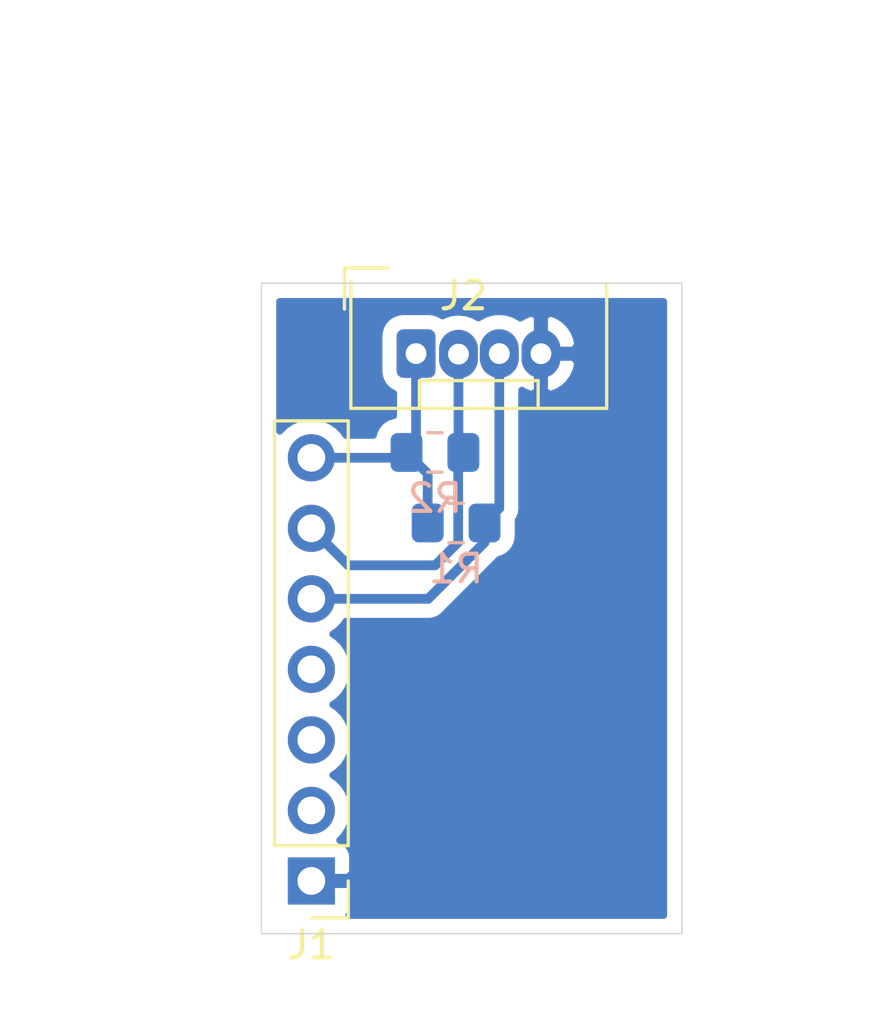
<source format=kicad_pcb>
(kicad_pcb (version 20171130) (host pcbnew 5.1.7-a382d34a8~88~ubuntu16.04.1)

  (general
    (thickness 1.6)
    (drawings 4)
    (tracks 20)
    (zones 0)
    (modules 4)
    (nets 5)
  )

  (page A4)
  (layers
    (0 F.Cu signal)
    (31 B.Cu signal)
    (32 B.Adhes user)
    (33 F.Adhes user)
    (34 B.Paste user)
    (35 F.Paste user)
    (36 B.SilkS user)
    (37 F.SilkS user)
    (38 B.Mask user)
    (39 F.Mask user)
    (40 Dwgs.User user)
    (41 Cmts.User user)
    (42 Eco1.User user)
    (43 Eco2.User user)
    (44 Edge.Cuts user)
    (45 Margin user)
    (46 B.CrtYd user)
    (47 F.CrtYd user)
    (48 B.Fab user)
    (49 F.Fab user)
  )

  (setup
    (last_trace_width 0.35)
    (user_trace_width 0.35)
    (trace_clearance 0.2)
    (zone_clearance 0.508)
    (zone_45_only no)
    (trace_min 0.2)
    (via_size 0.8)
    (via_drill 0.4)
    (via_min_size 0.4)
    (via_min_drill 0.3)
    (uvia_size 0.3)
    (uvia_drill 0.1)
    (uvias_allowed no)
    (uvia_min_size 0.2)
    (uvia_min_drill 0.1)
    (edge_width 0.05)
    (segment_width 0.2)
    (pcb_text_width 0.3)
    (pcb_text_size 1.5 1.5)
    (mod_edge_width 0.12)
    (mod_text_size 1 1)
    (mod_text_width 0.15)
    (pad_size 1.524 1.524)
    (pad_drill 0.762)
    (pad_to_mask_clearance 0)
    (aux_axis_origin 0 0)
    (visible_elements FFFFFF7F)
    (pcbplotparams
      (layerselection 0x010fc_ffffffff)
      (usegerberextensions false)
      (usegerberattributes true)
      (usegerberadvancedattributes true)
      (creategerberjobfile true)
      (excludeedgelayer true)
      (linewidth 0.100000)
      (plotframeref false)
      (viasonmask false)
      (mode 1)
      (useauxorigin false)
      (hpglpennumber 1)
      (hpglpenspeed 20)
      (hpglpendiameter 15.000000)
      (psnegative false)
      (psa4output false)
      (plotreference true)
      (plotvalue true)
      (plotinvisibletext false)
      (padsonsilk false)
      (subtractmaskfromsilk false)
      (outputformat 1)
      (mirror false)
      (drillshape 1)
      (scaleselection 1)
      (outputdirectory ""))
  )

  (net 0 "")
  (net 1 GND)
  (net 2 SDA)
  (net 3 SCL)
  (net 4 +3V3)

  (net_class Default "This is the default net class."
    (clearance 0.2)
    (trace_width 0.25)
    (via_dia 0.8)
    (via_drill 0.4)
    (uvia_dia 0.3)
    (uvia_drill 0.1)
    (add_net +3V3)
    (add_net GND)
    (add_net SCL)
    (add_net SDA)
  )

  (module Connector_PinHeader_2.54mm:PinHeader_1x07_P2.54mm_Vertical (layer F.Cu) (tedit 59FED5CC) (tstamp 613D251C)
    (at 152 102.3 180)
    (descr "Through hole straight pin header, 1x07, 2.54mm pitch, single row")
    (tags "Through hole pin header THT 1x07 2.54mm single row")
    (path /6151FA50)
    (fp_text reference J1 (at 0 -2.3) (layer F.SilkS)
      (effects (font (size 1 1) (thickness 0.15)))
    )
    (fp_text value Conn_01x07_Female (at 3.5 20) (layer F.Fab)
      (effects (font (size 1 1) (thickness 0.15)))
    )
    (fp_line (start -0.635 -1.27) (end 1.27 -1.27) (layer F.Fab) (width 0.1))
    (fp_line (start 1.27 -1.27) (end 1.27 16.51) (layer F.Fab) (width 0.1))
    (fp_line (start 1.27 16.51) (end -1.27 16.51) (layer F.Fab) (width 0.1))
    (fp_line (start -1.27 16.51) (end -1.27 -0.635) (layer F.Fab) (width 0.1))
    (fp_line (start -1.27 -0.635) (end -0.635 -1.27) (layer F.Fab) (width 0.1))
    (fp_line (start -1.33 16.57) (end 1.33 16.57) (layer F.SilkS) (width 0.12))
    (fp_line (start -1.33 1.27) (end -1.33 16.57) (layer F.SilkS) (width 0.12))
    (fp_line (start 1.33 1.27) (end 1.33 16.57) (layer F.SilkS) (width 0.12))
    (fp_line (start -1.33 1.27) (end 1.33 1.27) (layer F.SilkS) (width 0.12))
    (fp_line (start -1.33 0) (end -1.33 -1.33) (layer F.SilkS) (width 0.12))
    (fp_line (start -1.33 -1.33) (end 0 -1.33) (layer F.SilkS) (width 0.12))
    (fp_line (start -1.8 -1.8) (end -1.8 17.05) (layer F.CrtYd) (width 0.05))
    (fp_line (start -1.8 17.05) (end 1.8 17.05) (layer F.CrtYd) (width 0.05))
    (fp_line (start 1.8 17.05) (end 1.8 -1.8) (layer F.CrtYd) (width 0.05))
    (fp_line (start 1.8 -1.8) (end -1.8 -1.8) (layer F.CrtYd) (width 0.05))
    (fp_text user %R (at 0 7.62 90) (layer F.Fab)
      (effects (font (size 1 1) (thickness 0.15)))
    )
    (pad 1 thru_hole rect (at 0 0 180) (size 1.7 1.7) (drill 1) (layers *.Cu *.Mask)
      (net 1 GND))
    (pad 2 thru_hole oval (at 0 2.54 180) (size 1.7 1.7) (drill 1) (layers *.Cu *.Mask))
    (pad 3 thru_hole oval (at 0 5.08 180) (size 1.7 1.7) (drill 1) (layers *.Cu *.Mask))
    (pad 4 thru_hole oval (at 0 7.62 180) (size 1.7 1.7) (drill 1) (layers *.Cu *.Mask))
    (pad 5 thru_hole oval (at 0 10.16 180) (size 1.7 1.7) (drill 1) (layers *.Cu *.Mask)
      (net 2 SDA))
    (pad 6 thru_hole oval (at 0 12.7 180) (size 1.7 1.7) (drill 1) (layers *.Cu *.Mask)
      (net 3 SCL))
    (pad 7 thru_hole oval (at 0 15.24 180) (size 1.7 1.7) (drill 1) (layers *.Cu *.Mask)
      (net 4 +3V3))
    (model ${KISYS3DMOD}/Connector_PinHeader_2.54mm.3dshapes/PinHeader_1x07_P2.54mm_Vertical.wrl
      (at (xyz 0 0 0))
      (scale (xyz 1 1 1))
      (rotate (xyz 0 0 0))
    )
  )

  (module Connector_JST:JST_1x04_P1.50mm_tynko (layer F.Cu) (tedit 613C4976) (tstamp 613D2536)
    (at 155.78328 77.82052)
    (descr "JST ZE series connector, S04B-ZESK-2D (http://www.jst-mfg.com/product/pdf/eng/eZE.pdf), generated with kicad-footprint-generator")
    (tags "connector JST ZE top entry")
    (path /615208D6)
    (fp_text reference J2 (at 1.7 3.4) (layer F.SilkS)
      (effects (font (size 1 1) (thickness 0.15)))
    )
    (fp_text value Conn_01x04_Female (at 0.9 -6.4) (layer F.Fab)
      (effects (font (size 1 1) (thickness 0.15)))
    )
    (fp_line (start -2.61252 2.3876) (end -1.11252 2.3876) (layer F.Fab) (width 0.1))
    (fp_line (start -2.5908 3.90144) (end -2.5908 2.40144) (layer F.Fab) (width 0.1))
    (fp_line (start -2.54 2.40284) (end -1.04 2.40284) (layer F.SilkS) (width 0.12))
    (fp_line (start -2.5908 3.8876) (end -2.5908 2.3876) (layer F.SilkS) (width 0.12))
    (fp_line (start 4.39 6.46) (end 4.39 7.46) (layer F.SilkS) (width 0.12))
    (fp_line (start 0.11 6.46) (end 4.39 6.46) (layer F.SilkS) (width 0.12))
    (fp_line (start 0.11 7.46) (end 0.11 6.46) (layer F.SilkS) (width 0.12))
    (fp_line (start 6.86 7.46) (end 6.86 2.96672) (layer F.SilkS) (width 0.12))
    (fp_line (start -2.36 7.46) (end 6.86 7.46) (layer F.SilkS) (width 0.12))
    (fp_line (start -2.36 2.90576) (end -2.36 7.46) (layer F.SilkS) (width 0.12))
    (fp_line (start 7.07644 2.18948) (end -2.57048 2.18948) (layer F.CrtYd) (width 0.05))
    (fp_line (start 7.25 7.85) (end 7.25 2.35712) (layer F.CrtYd) (width 0.05))
    (fp_line (start -2.75 7.85) (end 7.25 7.85) (layer F.CrtYd) (width 0.05))
    (fp_line (start -2.75 2.16408) (end -2.75 7.85) (layer F.CrtYd) (width 0.05))
    (fp_line (start 6.75 7.35) (end 6.75 3.12928) (layer F.Fab) (width 0.1))
    (fp_line (start -2.25 7.35) (end 6.75 7.35) (layer F.Fab) (width 0.1))
    (fp_line (start -2.25 3.03276) (end -2.25 7.35) (layer F.Fab) (width 0.1))
    (fp_text user %R (at 2.47396 -3.76428) (layer F.Fab)
      (effects (font (size 1 1) (thickness 0.15)))
    )
    (pad 1 thru_hole roundrect (at -0.01016 5.4864) (size 1.4 1.75) (drill 0.75) (layers *.Cu *.Mask) (roundrect_rratio 0.178571)
      (net 4 +3V3))
    (pad 3 thru_hole oval (at 2.98984 5.4864) (size 1.4 1.75) (drill 0.75) (layers *.Cu *.Mask)
      (net 2 SDA))
    (pad 2 thru_hole oval (at 1.51892 5.50672) (size 1.4 1.75) (drill 0.75) (layers *.Cu *.Mask)
      (net 3 SCL))
    (pad 4 thru_hole oval (at 4.49072 5.49148) (size 1.4 1.75) (drill 0.75) (layers *.Cu *.Mask)
      (net 1 GND))
    (model ${KISYS3DMOD}/Connector_JST.3dshapes/JST_ZE_S04B-ZESK-2D_1x04_P1.50mm_Horizontal.wrl
      (at (xyz 0 0 0))
      (scale (xyz 1 1 1))
      (rotate (xyz 0 0 0))
    )
  )

  (module Resistor_SMD:R_0805_2012Metric_Pad1.15x1.40mm_HandSolder (layer B.Cu) (tedit 5B36C52B) (tstamp 615D2A3B)
    (at 157.217 89.408)
    (descr "Resistor SMD 0805 (2012 Metric), square (rectangular) end terminal, IPC_7351 nominal with elongated pad for handsoldering. (Body size source: https://docs.google.com/spreadsheets/d/1BsfQQcO9C6DZCsRaXUlFlo91Tg2WpOkGARC1WS5S8t0/edit?usp=sharing), generated with kicad-footprint-generator")
    (tags "resistor handsolder")
    (path /615D2AEA)
    (attr smd)
    (fp_text reference R1 (at 0 1.65) (layer B.SilkS)
      (effects (font (size 1 1) (thickness 0.15)) (justify mirror))
    )
    (fp_text value R (at 0 -1.65) (layer B.Fab)
      (effects (font (size 1 1) (thickness 0.15)) (justify mirror))
    )
    (fp_line (start 1.85 -0.95) (end -1.85 -0.95) (layer B.CrtYd) (width 0.05))
    (fp_line (start 1.85 0.95) (end 1.85 -0.95) (layer B.CrtYd) (width 0.05))
    (fp_line (start -1.85 0.95) (end 1.85 0.95) (layer B.CrtYd) (width 0.05))
    (fp_line (start -1.85 -0.95) (end -1.85 0.95) (layer B.CrtYd) (width 0.05))
    (fp_line (start -0.261252 -0.71) (end 0.261252 -0.71) (layer B.SilkS) (width 0.12))
    (fp_line (start -0.261252 0.71) (end 0.261252 0.71) (layer B.SilkS) (width 0.12))
    (fp_line (start 1 -0.6) (end -1 -0.6) (layer B.Fab) (width 0.1))
    (fp_line (start 1 0.6) (end 1 -0.6) (layer B.Fab) (width 0.1))
    (fp_line (start -1 0.6) (end 1 0.6) (layer B.Fab) (width 0.1))
    (fp_line (start -1 -0.6) (end -1 0.6) (layer B.Fab) (width 0.1))
    (fp_text user %R (at 0 0) (layer B.Fab)
      (effects (font (size 0.5 0.5) (thickness 0.08)) (justify mirror))
    )
    (pad 1 smd roundrect (at -1.025 0) (size 1.15 1.4) (layers B.Cu B.Paste B.Mask) (roundrect_rratio 0.217391)
      (net 4 +3V3))
    (pad 2 smd roundrect (at 1.025 0) (size 1.15 1.4) (layers B.Cu B.Paste B.Mask) (roundrect_rratio 0.217391)
      (net 2 SDA))
    (model ${KISYS3DMOD}/Resistor_SMD.3dshapes/R_0805_2012Metric.wrl
      (at (xyz 0 0 0))
      (scale (xyz 1 1 1))
      (rotate (xyz 0 0 0))
    )
  )

  (module Resistor_SMD:R_0805_2012Metric_Pad1.15x1.40mm_HandSolder (layer B.Cu) (tedit 5B36C52B) (tstamp 615D2A4C)
    (at 156.455 86.868)
    (descr "Resistor SMD 0805 (2012 Metric), square (rectangular) end terminal, IPC_7351 nominal with elongated pad for handsoldering. (Body size source: https://docs.google.com/spreadsheets/d/1BsfQQcO9C6DZCsRaXUlFlo91Tg2WpOkGARC1WS5S8t0/edit?usp=sharing), generated with kicad-footprint-generator")
    (tags "resistor handsolder")
    (path /615D3CAE)
    (attr smd)
    (fp_text reference R2 (at 0 1.65) (layer B.SilkS)
      (effects (font (size 1 1) (thickness 0.15)) (justify mirror))
    )
    (fp_text value R (at 0 -1.65) (layer B.Fab)
      (effects (font (size 1 1) (thickness 0.15)) (justify mirror))
    )
    (fp_text user %R (at 0 0) (layer B.Fab)
      (effects (font (size 0.5 0.5) (thickness 0.08)) (justify mirror))
    )
    (fp_line (start -1 -0.6) (end -1 0.6) (layer B.Fab) (width 0.1))
    (fp_line (start -1 0.6) (end 1 0.6) (layer B.Fab) (width 0.1))
    (fp_line (start 1 0.6) (end 1 -0.6) (layer B.Fab) (width 0.1))
    (fp_line (start 1 -0.6) (end -1 -0.6) (layer B.Fab) (width 0.1))
    (fp_line (start -0.261252 0.71) (end 0.261252 0.71) (layer B.SilkS) (width 0.12))
    (fp_line (start -0.261252 -0.71) (end 0.261252 -0.71) (layer B.SilkS) (width 0.12))
    (fp_line (start -1.85 -0.95) (end -1.85 0.95) (layer B.CrtYd) (width 0.05))
    (fp_line (start -1.85 0.95) (end 1.85 0.95) (layer B.CrtYd) (width 0.05))
    (fp_line (start 1.85 0.95) (end 1.85 -0.95) (layer B.CrtYd) (width 0.05))
    (fp_line (start 1.85 -0.95) (end -1.85 -0.95) (layer B.CrtYd) (width 0.05))
    (pad 2 smd roundrect (at 1.025 0) (size 1.15 1.4) (layers B.Cu B.Paste B.Mask) (roundrect_rratio 0.217391)
      (net 3 SCL))
    (pad 1 smd roundrect (at -1.025 0) (size 1.15 1.4) (layers B.Cu B.Paste B.Mask) (roundrect_rratio 0.217391)
      (net 4 +3V3))
    (model ${KISYS3DMOD}/Resistor_SMD.3dshapes/R_0805_2012Metric.wrl
      (at (xyz 0 0 0))
      (scale (xyz 1 1 1))
      (rotate (xyz 0 0 0))
    )
  )

  (gr_line (start 165.354 80.772) (end 165.354 104.2) (layer Edge.Cuts) (width 0.05))
  (gr_line (start 150.2 104.2) (end 165.354 104.2) (layer Edge.Cuts) (width 0.05))
  (gr_line (start 150.2 80.772) (end 150.2 104.2) (layer Edge.Cuts) (width 0.05))
  (gr_line (start 150.2 80.772) (end 165.354 80.772) (layer Edge.Cuts) (width 0.05))

  (segment (start 158.242 90.108) (end 158.242 89.408) (width 0.35) (layer B.Cu) (net 2))
  (segment (start 156.21 92.14) (end 158.242 90.108) (width 0.35) (layer B.Cu) (net 2))
  (segment (start 152 92.14) (end 156.21 92.14) (width 0.35) (layer B.Cu) (net 2))
  (segment (start 158.242 89.408) (end 158.496 89.408) (width 0.35) (layer B.Cu) (net 2))
  (segment (start 158.77312 88.87688) (end 158.242 89.408) (width 0.35) (layer B.Cu) (net 2))
  (segment (start 158.77312 83.30692) (end 158.77312 88.87688) (width 0.35) (layer B.Cu) (net 2))
  (segment (start 157.3022 86.6902) (end 157.48 86.868) (width 0.35) (layer B.Cu) (net 3))
  (segment (start 157.3022 83.32724) (end 157.3022 86.6902) (width 0.35) (layer B.Cu) (net 3))
  (segment (start 153.332 90.932) (end 152 89.6) (width 0.35) (layer B.Cu) (net 3))
  (segment (start 157.48 86.868) (end 157.226 87.122) (width 0.35) (layer B.Cu) (net 3))
  (segment (start 157.29199 87.18799) (end 157.29199 90.10401) (width 0.35) (layer B.Cu) (net 3))
  (segment (start 157.226 87.122) (end 157.29199 87.18799) (width 0.35) (layer B.Cu) (net 3))
  (segment (start 156.464 90.932) (end 153.332 90.932) (width 0.35) (layer B.Cu) (net 3))
  (segment (start 157.29199 90.10401) (end 156.464 90.932) (width 0.35) (layer B.Cu) (net 3))
  (segment (start 155.238 87.06) (end 155.43 86.868) (width 0.35) (layer B.Cu) (net 4))
  (segment (start 152 87.06) (end 155.238 87.06) (width 0.35) (layer B.Cu) (net 4))
  (segment (start 155.77312 86.52488) (end 155.43 86.868) (width 0.35) (layer B.Cu) (net 4))
  (segment (start 155.77312 83.30692) (end 155.77312 86.52488) (width 0.35) (layer B.Cu) (net 4))
  (segment (start 156.192 87.63) (end 155.43 86.868) (width 0.35) (layer B.Cu) (net 4))
  (segment (start 156.192 89.408) (end 156.192 87.63) (width 0.35) (layer B.Cu) (net 4))

  (zone (net 1) (net_name GND) (layer B.Cu) (tstamp 0) (hatch edge 0.508)
    (connect_pads (clearance 0.508))
    (min_thickness 0.254)
    (fill yes (arc_segments 32) (thermal_gap 0.508) (thermal_bridge_width 0.508))
    (polygon
      (pts
        (xy 172.98 107.47) (xy 144.74 107.47) (xy 144.74 75.63) (xy 172.98 75.63)
      )
    )
    (filled_polygon
      (pts
        (xy 164.694001 103.54) (xy 153.351398 103.54) (xy 153.380537 103.504494) (xy 153.439502 103.39418) (xy 153.475812 103.274482)
        (xy 153.488072 103.15) (xy 153.485 102.58575) (xy 153.32625 102.427) (xy 152.127 102.427) (xy 152.127 102.447)
        (xy 151.873 102.447) (xy 151.873 102.427) (xy 151.853 102.427) (xy 151.853 102.173) (xy 151.873 102.173)
        (xy 151.873 102.153) (xy 152.127 102.153) (xy 152.127 102.173) (xy 153.32625 102.173) (xy 153.485 102.01425)
        (xy 153.488072 101.45) (xy 153.475812 101.325518) (xy 153.439502 101.20582) (xy 153.380537 101.095506) (xy 153.301185 100.998815)
        (xy 153.204494 100.919463) (xy 153.09418 100.860498) (xy 153.02162 100.838487) (xy 153.153475 100.706632) (xy 153.31599 100.463411)
        (xy 153.427932 100.193158) (xy 153.485 99.90626) (xy 153.485 99.61374) (xy 153.427932 99.326842) (xy 153.31599 99.056589)
        (xy 153.153475 98.813368) (xy 152.946632 98.606525) (xy 152.77224 98.49) (xy 152.946632 98.373475) (xy 153.153475 98.166632)
        (xy 153.31599 97.923411) (xy 153.427932 97.653158) (xy 153.485 97.36626) (xy 153.485 97.07374) (xy 153.427932 96.786842)
        (xy 153.31599 96.516589) (xy 153.153475 96.273368) (xy 152.946632 96.066525) (xy 152.77224 95.95) (xy 152.946632 95.833475)
        (xy 153.153475 95.626632) (xy 153.31599 95.383411) (xy 153.427932 95.113158) (xy 153.485 94.82626) (xy 153.485 94.53374)
        (xy 153.427932 94.246842) (xy 153.31599 93.976589) (xy 153.153475 93.733368) (xy 152.946632 93.526525) (xy 152.77224 93.41)
        (xy 152.946632 93.293475) (xy 153.153475 93.086632) (xy 153.24477 92.95) (xy 156.170212 92.95) (xy 156.21 92.953919)
        (xy 156.249788 92.95) (xy 156.249791 92.95) (xy 156.368788 92.93828) (xy 156.521473 92.891963) (xy 156.662189 92.816749)
        (xy 156.785528 92.715528) (xy 156.810899 92.684613) (xy 158.777935 90.717578) (xy 158.906851 90.678472) (xy 159.060387 90.596405)
        (xy 159.194962 90.485962) (xy 159.305405 90.351387) (xy 159.387472 90.197851) (xy 159.438008 90.031255) (xy 159.455072 89.858001)
        (xy 159.455072 89.319336) (xy 159.525082 89.188354) (xy 159.525083 89.188353) (xy 159.5714 89.035668) (xy 159.58312 88.916671)
        (xy 159.58312 88.916669) (xy 159.587039 88.876881) (xy 159.58312 88.837093) (xy 159.58312 84.6258) (xy 159.670543 84.681346)
        (xy 159.915144 84.776126) (xy 159.940671 84.779716) (xy 160.147 84.656374) (xy 160.147 83.439) (xy 160.401 83.439)
        (xy 160.401 84.656374) (xy 160.607329 84.779716) (xy 160.632856 84.776126) (xy 160.877457 84.681346) (xy 161.098867 84.540668)
        (xy 161.288578 84.359498) (xy 161.439299 84.144799) (xy 161.545238 83.904821) (xy 161.602324 83.648787) (xy 161.452529 83.439)
        (xy 160.401 83.439) (xy 160.147 83.439) (xy 160.127 83.439) (xy 160.127 83.185) (xy 160.147 83.185)
        (xy 160.147 81.967626) (xy 160.401 81.967626) (xy 160.401 83.185) (xy 161.452529 83.185) (xy 161.602324 82.975213)
        (xy 161.545238 82.719179) (xy 161.439299 82.479201) (xy 161.288578 82.264502) (xy 161.098867 82.083332) (xy 160.877457 81.942654)
        (xy 160.632856 81.847874) (xy 160.607329 81.844284) (xy 160.401 81.967626) (xy 160.147 81.967626) (xy 159.940671 81.844284)
        (xy 159.915144 81.847874) (xy 159.670543 81.942654) (xy 159.534044 82.029382) (xy 159.518394 82.016538) (xy 159.286473 81.892573)
        (xy 159.034825 81.816237) (xy 158.77312 81.790461) (xy 158.511414 81.816237) (xy 158.259766 81.892573) (xy 158.027845 82.016538)
        (xy 158.020593 82.02249) (xy 157.815553 81.912893) (xy 157.563905 81.836557) (xy 157.3022 81.810781) (xy 157.040494 81.836557)
        (xy 156.788846 81.912893) (xy 156.722443 81.948386) (xy 156.716507 81.943515) (xy 156.562971 81.861448) (xy 156.396375 81.810912)
        (xy 156.223121 81.793848) (xy 155.323119 81.793848) (xy 155.149865 81.810912) (xy 154.983269 81.861448) (xy 154.829733 81.943515)
        (xy 154.695158 82.053958) (xy 154.584715 82.188533) (xy 154.502648 82.342069) (xy 154.452112 82.508665) (xy 154.435048 82.681919)
        (xy 154.435048 83.931921) (xy 154.452112 84.105175) (xy 154.502648 84.271771) (xy 154.584715 84.425307) (xy 154.695158 84.559882)
        (xy 154.829733 84.670325) (xy 154.96312 84.741622) (xy 154.963121 85.543902) (xy 154.931745 85.546992) (xy 154.765149 85.597528)
        (xy 154.611613 85.679595) (xy 154.477038 85.790038) (xy 154.366595 85.924613) (xy 154.284528 86.078149) (xy 154.233992 86.244745)
        (xy 154.233474 86.25) (xy 153.24477 86.25) (xy 153.153475 86.113368) (xy 152.946632 85.906525) (xy 152.703411 85.74401)
        (xy 152.433158 85.632068) (xy 152.14626 85.575) (xy 151.85374 85.575) (xy 151.566842 85.632068) (xy 151.296589 85.74401)
        (xy 151.053368 85.906525) (xy 150.86 86.099893) (xy 150.86 81.432) (xy 164.694 81.432)
      )
    )
  )
)

</source>
